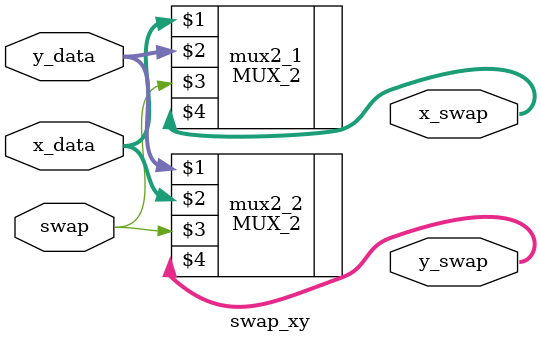
<source format=sv>
module swap_xy(	input logic [3:0] x_data, y_data,
		input logic swap,
		output logic [3:0] x_swap, y_swap);

	// Calling MUX_2 function by passing in respective variables with x_swap
	// and y_swap as the outputs
	MUX_2 mux2_1(x_data, y_data, swap, x_swap);
	MUX_2 mux2_2(y_data, x_data, swap, y_swap);

endmodule

</source>
